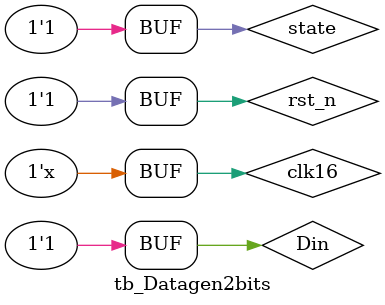
<source format=v>
module tb_Datagen2bits ();

    reg clk16, rst_n, Din, state;
    wire [2:0] data_3bits_out;
    wire finish2bits_out;

initial begin
    clk16 = 1'b0;
    rst_n = 1'b1;
    Din = 1'b1;
    state = 1'b0;
    #20 rst_n = 1'b0;
    #20 rst_n = 1'b1;
    #25
//00    
    state = 1'b1;
    Din = 1'b1;
    #10
    Din = 1'b0;
    #10
    Din = 1'b1;
    #60
//00

//01
    Din = 1'b1;
    #30
    Din = 1'b0;
    #10
    Din = 1'b1;
    #40
//01

//10
    Din = 1'b1;
    #50;
    Din = 1'b0;
    #10
    Din = 1'b1;
    #20
//10

//11
    Din = 1'b1;
    #70
    Din = 1'b0;
    #10
//11
    Din = 1'b1; // Nothing
end

always #5 clk16 = ~clk16;

Data_gen2bits DUT (.clk16(clk16), .rst_n(rst_n), .Din(Din), .state(state), .data_3bits_out(data_3bits_out), .finish2bits_out(finish2bits_out));

endmodule
</source>
